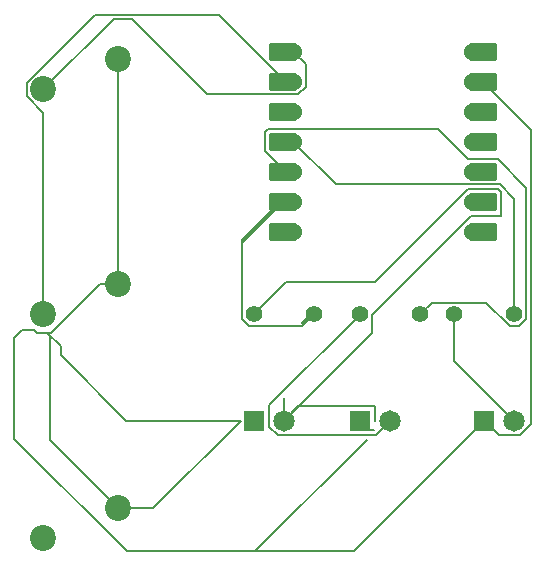
<source format=gbr>
%TF.GenerationSoftware,KiCad,Pcbnew,9.0.3*%
%TF.CreationDate,2025-07-19T14:34:55-07:00*%
%TF.ProjectId,aurorapcbworkshop,6175726f-7261-4706-9362-776f726b7368,rev?*%
%TF.SameCoordinates,Original*%
%TF.FileFunction,Copper,L1,Top*%
%TF.FilePolarity,Positive*%
%FSLAX46Y46*%
G04 Gerber Fmt 4.6, Leading zero omitted, Abs format (unit mm)*
G04 Created by KiCad (PCBNEW 9.0.3) date 2025-07-19 14:34:55*
%MOMM*%
%LPD*%
G01*
G04 APERTURE LIST*
G04 Aperture macros list*
%AMRoundRect*
0 Rectangle with rounded corners*
0 $1 Rounding radius*
0 $2 $3 $4 $5 $6 $7 $8 $9 X,Y pos of 4 corners*
0 Add a 4 corners polygon primitive as box body*
4,1,4,$2,$3,$4,$5,$6,$7,$8,$9,$2,$3,0*
0 Add four circle primitives for the rounded corners*
1,1,$1+$1,$2,$3*
1,1,$1+$1,$4,$5*
1,1,$1+$1,$6,$7*
1,1,$1+$1,$8,$9*
0 Add four rect primitives between the rounded corners*
20,1,$1+$1,$2,$3,$4,$5,0*
20,1,$1+$1,$4,$5,$6,$7,0*
20,1,$1+$1,$6,$7,$8,$9,0*
20,1,$1+$1,$8,$9,$2,$3,0*%
G04 Aperture macros list end*
%TA.AperFunction,SMDPad,CuDef*%
%ADD10RoundRect,0.152400X1.063600X0.609600X-1.063600X0.609600X-1.063600X-0.609600X1.063600X-0.609600X0*%
%TD*%
%TA.AperFunction,ComponentPad*%
%ADD11C,1.524000*%
%TD*%
%TA.AperFunction,SMDPad,CuDef*%
%ADD12RoundRect,0.152400X-1.063600X-0.609600X1.063600X-0.609600X1.063600X0.609600X-1.063600X0.609600X0*%
%TD*%
%TA.AperFunction,ComponentPad*%
%ADD13C,2.200000*%
%TD*%
%TA.AperFunction,ComponentPad*%
%ADD14C,1.400000*%
%TD*%
%TA.AperFunction,ComponentPad*%
%ADD15R,1.815000X1.815000*%
%TD*%
%TA.AperFunction,ComponentPad*%
%ADD16C,1.815000*%
%TD*%
%TA.AperFunction,Conductor*%
%ADD17C,0.200000*%
%TD*%
G04 APERTURE END LIST*
D10*
%TO.P,U2,1,GPIO26/ADC0/A0*%
%TO.N,Button1*%
X177425000Y-110260000D03*
D11*
X178260000Y-110260000D03*
D10*
%TO.P,U2,2,GPIO27/ADC1/A1*%
%TO.N,Button2*%
X177425000Y-112800000D03*
D11*
X178260000Y-112800000D03*
D10*
%TO.P,U2,3,GPIO28/ADC2/A2*%
%TO.N,Button3*%
X177425000Y-115340000D03*
D11*
X178260000Y-115340000D03*
D10*
%TO.P,U2,4,GPIO29/ADC3/A3*%
%TO.N,LED1*%
X177425000Y-117880000D03*
D11*
X178260000Y-117880000D03*
D10*
%TO.P,U2,5,GPIO6/SDA*%
%TO.N,LED2*%
X177425000Y-120420000D03*
D11*
X178260000Y-120420000D03*
D10*
%TO.P,U2,6,GPIO7/SCL*%
%TO.N,LED3*%
X177425000Y-122960000D03*
D11*
X178260000Y-122960000D03*
D10*
%TO.P,U2,7,GPIO0/TX*%
%TO.N,unconnected-(U2-GPIO0{slash}TX-Pad7)*%
X177425000Y-125500000D03*
D11*
X178260000Y-125500000D03*
%TO.P,U2,8,GPIO1/RX*%
%TO.N,unconnected-(U2-GPIO1{slash}RX-Pad8)*%
X193500000Y-125500000D03*
D12*
X194335000Y-125500000D03*
D11*
%TO.P,U2,9,GPIO2/SCK*%
%TO.N,unconnected-(U2-GPIO2{slash}SCK-Pad9)*%
X193500000Y-122960000D03*
D12*
X194335000Y-122960000D03*
D11*
%TO.P,U2,10,GPIO4/MISO*%
%TO.N,unconnected-(U2-GPIO4{slash}MISO-Pad10)*%
X193500000Y-120420000D03*
D12*
X194335000Y-120420000D03*
D11*
%TO.P,U2,11,GPIO3/MOSI*%
%TO.N,unconnected-(U2-GPIO3{slash}MOSI-Pad11)*%
X193500000Y-117880000D03*
D12*
X194335000Y-117880000D03*
D11*
%TO.P,U2,12,3V3*%
%TO.N,unconnected-(U2-3V3-Pad12)*%
X193500000Y-115340000D03*
D12*
X194335000Y-115340000D03*
D11*
%TO.P,U2,13,GND*%
%TO.N,GND*%
X193500000Y-112800000D03*
D12*
X194335000Y-112800000D03*
D11*
%TO.P,U2,14,VBUS*%
%TO.N,unconnected-(U2-VBUS-Pad14)*%
X193500000Y-110260000D03*
D12*
X194335000Y-110260000D03*
%TD*%
D13*
%TO.P,SW3,1,1*%
%TO.N,GND*%
X163460000Y-148920000D03*
%TO.P,SW3,2,2*%
%TO.N,Buttton3*%
X157110000Y-151460000D03*
%TD*%
%TO.P,SW2,1,1*%
%TO.N,GND*%
X163460000Y-129920000D03*
%TO.P,SW2,2,2*%
%TO.N,Button2*%
X157110000Y-132460000D03*
%TD*%
D14*
%TO.P,R3,1*%
%TO.N,Net-(D1-PadA)*%
X191920000Y-132500000D03*
%TO.P,R3,2*%
%TO.N,LED1*%
X197000000Y-132500000D03*
%TD*%
%TO.P,R2,1*%
%TO.N,Net-(D3-PadA)*%
X174920000Y-132500000D03*
%TO.P,R2,2*%
%TO.N,LED3*%
X180000000Y-132500000D03*
%TD*%
%TO.P,R1,1*%
%TO.N,Net-(D2-PadA)*%
X183920000Y-132500000D03*
%TO.P,R1,2*%
%TO.N,LED2*%
X189000000Y-132500000D03*
%TD*%
D15*
%TO.P,D3,C*%
%TO.N,GND*%
X174920000Y-141500000D03*
D16*
%TO.P,D3,A*%
%TO.N,Net-(D3-PadA)*%
X177460000Y-141500000D03*
%TD*%
D15*
%TO.P,D2,C*%
%TO.N,GND*%
X183960000Y-141500000D03*
D16*
%TO.P,D2,A*%
%TO.N,Net-(D2-PadA)*%
X186500000Y-141500000D03*
%TD*%
D15*
%TO.P,D1,C*%
%TO.N,GND*%
X194460000Y-141500000D03*
D16*
%TO.P,D1,A*%
%TO.N,Net-(D1-PadA)*%
X197000000Y-141500000D03*
%TD*%
D13*
%TO.P,SW1,1,1*%
%TO.N,GND*%
X163460000Y-110920000D03*
%TO.P,SW1,2,2*%
%TO.N,Button1*%
X157110000Y-113460000D03*
%TD*%
D17*
%TO.N,LED2*%
X190000000Y-131500000D02*
X189000000Y-132500000D01*
X194584372Y-131500000D02*
X190000000Y-131500000D01*
X197414628Y-133501000D02*
X196585372Y-133501000D01*
X198001000Y-132914628D02*
X197414628Y-133501000D01*
X198001000Y-121767374D02*
X198001000Y-132914628D01*
X195590626Y-119357000D02*
X198001000Y-121767374D01*
X193059690Y-119357000D02*
X195590626Y-119357000D01*
X190519690Y-116817000D02*
X193059690Y-119357000D01*
X196585372Y-133501000D02*
X194584372Y-131500000D01*
X176169374Y-116817000D02*
X190519690Y-116817000D01*
X175908000Y-117078374D02*
X176169374Y-116817000D01*
X175908000Y-118681626D02*
X175908000Y-117078374D01*
X177646374Y-120420000D02*
X175908000Y-118681626D01*
X178260000Y-120420000D02*
X177646374Y-120420000D01*
%TO.N,LED3*%
X173919000Y-126223370D02*
X177182370Y-122960000D01*
X177182370Y-122960000D02*
X178260000Y-122960000D01*
X173919000Y-132914628D02*
X173919000Y-126223370D01*
X174505372Y-133501000D02*
X173919000Y-132914628D01*
X180000000Y-132500000D02*
X178999000Y-133501000D01*
X178999000Y-133501000D02*
X174505372Y-133501000D01*
%TO.N,GND*%
X166390000Y-148920000D02*
X163460000Y-148920000D01*
X173810000Y-141500000D02*
X166390000Y-148920000D01*
X164095184Y-141500000D02*
X173810000Y-141500000D01*
X158569000Y-135973816D02*
X164095184Y-141500000D01*
X158569000Y-135191900D02*
X158569000Y-135973816D01*
X157436100Y-134059000D02*
X158569000Y-135191900D01*
X155342530Y-133799000D02*
X154820765Y-134320765D01*
X157765366Y-134059000D02*
X156597470Y-134059000D01*
X161904366Y-129920000D02*
X157765366Y-134059000D01*
X163460000Y-129920000D02*
X161904366Y-129920000D01*
X163460000Y-110920000D02*
X163460000Y-129920000D01*
%TO.N,Button1*%
X164626100Y-107519000D02*
X163051000Y-107519000D01*
X170970100Y-113863000D02*
X164626100Y-107519000D01*
X178700310Y-113863000D02*
X170970100Y-113863000D01*
X163051000Y-107519000D02*
X157110000Y-113460000D01*
X179323000Y-111323000D02*
X179323000Y-113240310D01*
X179323000Y-113240310D02*
X178700310Y-113863000D01*
X178260000Y-110260000D02*
X179323000Y-111323000D01*
%TO.N,Button2*%
X161470686Y-107118000D02*
X171964374Y-107118000D01*
X155709000Y-112879686D02*
X161470686Y-107118000D01*
X177646374Y-112800000D02*
X178260000Y-112800000D01*
X157110000Y-115441314D02*
X155709000Y-114040314D01*
X155709000Y-114040314D02*
X155709000Y-112879686D01*
X157110000Y-132460000D02*
X157110000Y-115441314D01*
X171964374Y-107118000D02*
X177646374Y-112800000D01*
%TO.N,GND*%
X198402000Y-141807078D02*
X198402000Y-116867000D01*
X197500578Y-142708500D02*
X198402000Y-141807078D01*
X195668500Y-142708500D02*
X197500578Y-142708500D01*
X198402000Y-116867000D02*
X194335000Y-112800000D01*
X194460000Y-141500000D02*
X195668500Y-142708500D01*
X183397500Y-152562500D02*
X194460000Y-141500000D01*
X164183900Y-152562500D02*
X183397500Y-152562500D01*
X154639000Y-143017600D02*
X164183900Y-152562500D01*
X154639000Y-134502530D02*
X154639000Y-143017600D01*
X155342530Y-133799000D02*
X154639000Y-134502530D01*
X156597470Y-134059000D02*
X156337470Y-133799000D01*
X157436100Y-134059000D02*
X156597470Y-134059000D01*
X157671000Y-134293900D02*
X157436100Y-134059000D01*
X157671000Y-143131000D02*
X157671000Y-134293900D01*
X163460000Y-148920000D02*
X157671000Y-143131000D01*
X156337470Y-133799000D02*
X155342530Y-133799000D01*
X175047000Y-152562500D02*
X184500000Y-143109500D01*
X164183900Y-152562500D02*
X175047000Y-152562500D01*
X183960000Y-141500000D02*
X184767500Y-142307500D01*
X184767500Y-142307500D02*
X185125400Y-142307500D01*
%TO.N,Net-(D3-PadA)*%
X185168500Y-140291500D02*
X185168500Y-141500000D01*
X178668500Y-140291500D02*
X185168500Y-140291500D01*
X177460000Y-141500000D02*
X178668500Y-140291500D01*
%TO.N,LED3*%
X173919000Y-126466000D02*
X177425000Y-122960000D01*
X173919000Y-132914628D02*
X173919000Y-126466000D01*
%TO.N,LED1*%
X181876000Y-121496000D02*
X178260000Y-117880000D01*
X197000000Y-122739274D02*
X195756726Y-121496000D01*
X197000000Y-132500000D02*
X197000000Y-122739274D01*
X195756726Y-121496000D02*
X181876000Y-121496000D01*
%TO.N,Net-(D1-PadA)*%
X191920000Y-136420000D02*
X197000000Y-141500000D01*
X191920000Y-132500000D02*
X191920000Y-136420000D01*
%TO.N,Net-(D2-PadA)*%
X185291500Y-142708500D02*
X186500000Y-141500000D01*
X176251500Y-142000578D02*
X176959422Y-142708500D01*
X176251500Y-140192700D02*
X176251500Y-142000578D01*
X183920000Y-132524200D02*
X176251500Y-140192700D01*
X176959422Y-142708500D02*
X185291500Y-142708500D01*
X183920000Y-132500000D02*
X183920000Y-132524200D01*
%TO.N,Net-(D3-PadA)*%
X184921000Y-134039000D02*
X177460000Y-141500000D01*
X184921000Y-132575690D02*
X184921000Y-134039000D01*
X193321064Y-124175626D02*
X184921000Y-132575690D01*
X195852000Y-124175626D02*
X193321064Y-124175626D01*
X195852000Y-122158374D02*
X195852000Y-124175626D01*
X195590626Y-121897000D02*
X195852000Y-122158374D01*
X193059690Y-121897000D02*
X195590626Y-121897000D01*
X185175690Y-129781000D02*
X193059690Y-121897000D01*
X177639000Y-129781000D02*
X185175690Y-129781000D01*
X174920000Y-132500000D02*
X177639000Y-129781000D01*
X177460000Y-141500000D02*
X177460000Y-139618600D01*
%TO.N,Buttton3*%
X157150000Y-151500000D02*
X157500000Y-151500000D01*
X157110000Y-151460000D02*
X157150000Y-151500000D01*
%TO.N,GND*%
X163460000Y-110920000D02*
X162675184Y-110920000D01*
%TO.N,LED3*%
X179028000Y-133194370D02*
X180302370Y-131920000D01*
%TD*%
M02*

</source>
